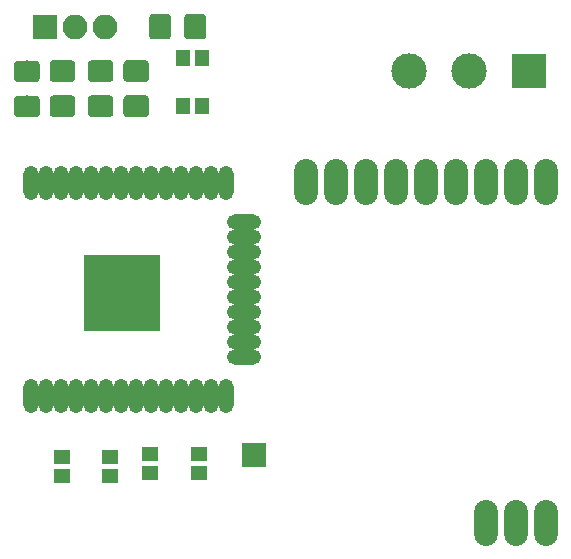
<source format=gbr>
G04 #@! TF.GenerationSoftware,KiCad,Pcbnew,5.0.0-fee4fd1~66~ubuntu16.04.1*
G04 #@! TF.CreationDate,2018-09-10T21:40:52+02:00*
G04 #@! TF.ProjectId,fpvlaptracker32,6670766C6170747261636B657233322E,rev?*
G04 #@! TF.SameCoordinates,Original*
G04 #@! TF.FileFunction,Soldermask,Top*
G04 #@! TF.FilePolarity,Negative*
%FSLAX46Y46*%
G04 Gerber Fmt 4.6, Leading zero omitted, Abs format (unit mm)*
G04 Created by KiCad (PCBNEW 5.0.0-fee4fd1~66~ubuntu16.04.1) date Mon Sep 10 21:40:52 2018*
%MOMM*%
%LPD*%
G01*
G04 APERTURE LIST*
%ADD10R,1.300000X1.400000*%
%ADD11R,1.400000X1.300000*%
%ADD12R,3.000000X3.000000*%
%ADD13C,3.000000*%
%ADD14O,2.000000X3.900000*%
%ADD15C,0.100000*%
%ADD16C,1.825000*%
%ADD17O,1.300000X2.900000*%
%ADD18O,2.900000X1.300000*%
%ADD19R,6.400000X6.400000*%
%ADD20R,2.100000X2.100000*%
%ADD21O,2.100000X2.100000*%
G04 APERTURE END LIST*
D10*
G04 #@! TO.C,SW2*
X151850000Y-81650000D03*
X150250000Y-81650000D03*
X151850000Y-85750000D03*
X150250000Y-85750000D03*
G04 #@! TD*
D11*
G04 #@! TO.C,SW3*
X144050000Y-117000000D03*
X144050000Y-115400000D03*
X139950000Y-117000000D03*
X139950000Y-115400000D03*
G04 #@! TD*
G04 #@! TO.C,SW1*
X151550000Y-116800000D03*
X151550000Y-115200000D03*
X147450000Y-116800000D03*
X147450000Y-115200000D03*
G04 #@! TD*
D12*
G04 #@! TO.C,J1*
X179500000Y-82750000D03*
D13*
X174420000Y-82750000D03*
X169340000Y-82750000D03*
G04 #@! TD*
D14*
G04 #@! TO.C,U1*
X175830000Y-120990000D03*
X178370000Y-120990000D03*
X180910000Y-120990000D03*
X180910000Y-92190000D03*
X178370000Y-92190000D03*
X175830000Y-92190000D03*
X173290000Y-92190000D03*
X170750000Y-92190000D03*
X168210000Y-92190000D03*
X165670000Y-92190000D03*
X163130000Y-92190000D03*
X160590000Y-92190000D03*
G04 #@! TD*
D15*
G04 #@! TO.C,R1*
G36*
X148898707Y-77926542D02*
X148929787Y-77931152D01*
X148960266Y-77938787D01*
X148989850Y-77949372D01*
X149018254Y-77962806D01*
X149045204Y-77978959D01*
X149070442Y-77997677D01*
X149093723Y-78018777D01*
X149114823Y-78042058D01*
X149133541Y-78067296D01*
X149149694Y-78094246D01*
X149163128Y-78122650D01*
X149173713Y-78152234D01*
X149181348Y-78182713D01*
X149185958Y-78213793D01*
X149187500Y-78245176D01*
X149187500Y-79754824D01*
X149185958Y-79786207D01*
X149181348Y-79817287D01*
X149173713Y-79847766D01*
X149163128Y-79877350D01*
X149149694Y-79905754D01*
X149133541Y-79932704D01*
X149114823Y-79957942D01*
X149093723Y-79981223D01*
X149070442Y-80002323D01*
X149045204Y-80021041D01*
X149018254Y-80037194D01*
X148989850Y-80050628D01*
X148960266Y-80061213D01*
X148929787Y-80068848D01*
X148898707Y-80073458D01*
X148867324Y-80075000D01*
X147682676Y-80075000D01*
X147651293Y-80073458D01*
X147620213Y-80068848D01*
X147589734Y-80061213D01*
X147560150Y-80050628D01*
X147531746Y-80037194D01*
X147504796Y-80021041D01*
X147479558Y-80002323D01*
X147456277Y-79981223D01*
X147435177Y-79957942D01*
X147416459Y-79932704D01*
X147400306Y-79905754D01*
X147386872Y-79877350D01*
X147376287Y-79847766D01*
X147368652Y-79817287D01*
X147364042Y-79786207D01*
X147362500Y-79754824D01*
X147362500Y-78245176D01*
X147364042Y-78213793D01*
X147368652Y-78182713D01*
X147376287Y-78152234D01*
X147386872Y-78122650D01*
X147400306Y-78094246D01*
X147416459Y-78067296D01*
X147435177Y-78042058D01*
X147456277Y-78018777D01*
X147479558Y-77997677D01*
X147504796Y-77978959D01*
X147531746Y-77962806D01*
X147560150Y-77949372D01*
X147589734Y-77938787D01*
X147620213Y-77931152D01*
X147651293Y-77926542D01*
X147682676Y-77925000D01*
X148867324Y-77925000D01*
X148898707Y-77926542D01*
X148898707Y-77926542D01*
G37*
D16*
X148275000Y-79000000D03*
D15*
G36*
X151873707Y-77926542D02*
X151904787Y-77931152D01*
X151935266Y-77938787D01*
X151964850Y-77949372D01*
X151993254Y-77962806D01*
X152020204Y-77978959D01*
X152045442Y-77997677D01*
X152068723Y-78018777D01*
X152089823Y-78042058D01*
X152108541Y-78067296D01*
X152124694Y-78094246D01*
X152138128Y-78122650D01*
X152148713Y-78152234D01*
X152156348Y-78182713D01*
X152160958Y-78213793D01*
X152162500Y-78245176D01*
X152162500Y-79754824D01*
X152160958Y-79786207D01*
X152156348Y-79817287D01*
X152148713Y-79847766D01*
X152138128Y-79877350D01*
X152124694Y-79905754D01*
X152108541Y-79932704D01*
X152089823Y-79957942D01*
X152068723Y-79981223D01*
X152045442Y-80002323D01*
X152020204Y-80021041D01*
X151993254Y-80037194D01*
X151964850Y-80050628D01*
X151935266Y-80061213D01*
X151904787Y-80068848D01*
X151873707Y-80073458D01*
X151842324Y-80075000D01*
X150657676Y-80075000D01*
X150626293Y-80073458D01*
X150595213Y-80068848D01*
X150564734Y-80061213D01*
X150535150Y-80050628D01*
X150506746Y-80037194D01*
X150479796Y-80021041D01*
X150454558Y-80002323D01*
X150431277Y-79981223D01*
X150410177Y-79957942D01*
X150391459Y-79932704D01*
X150375306Y-79905754D01*
X150361872Y-79877350D01*
X150351287Y-79847766D01*
X150343652Y-79817287D01*
X150339042Y-79786207D01*
X150337500Y-79754824D01*
X150337500Y-78245176D01*
X150339042Y-78213793D01*
X150343652Y-78182713D01*
X150351287Y-78152234D01*
X150361872Y-78122650D01*
X150375306Y-78094246D01*
X150391459Y-78067296D01*
X150410177Y-78042058D01*
X150431277Y-78018777D01*
X150454558Y-77997677D01*
X150479796Y-77978959D01*
X150506746Y-77962806D01*
X150535150Y-77949372D01*
X150564734Y-77938787D01*
X150595213Y-77931152D01*
X150626293Y-77926542D01*
X150657676Y-77925000D01*
X151842324Y-77925000D01*
X151873707Y-77926542D01*
X151873707Y-77926542D01*
G37*
D16*
X151250000Y-79000000D03*
G04 #@! TD*
D15*
G04 #@! TO.C,R13*
G36*
X137786207Y-81864042D02*
X137817287Y-81868652D01*
X137847766Y-81876287D01*
X137877350Y-81886872D01*
X137905754Y-81900306D01*
X137932704Y-81916459D01*
X137957942Y-81935177D01*
X137981223Y-81956277D01*
X138002323Y-81979558D01*
X138021041Y-82004796D01*
X138037194Y-82031746D01*
X138050628Y-82060150D01*
X138061213Y-82089734D01*
X138068848Y-82120213D01*
X138073458Y-82151293D01*
X138075000Y-82182676D01*
X138075000Y-83367324D01*
X138073458Y-83398707D01*
X138068848Y-83429787D01*
X138061213Y-83460266D01*
X138050628Y-83489850D01*
X138037194Y-83518254D01*
X138021041Y-83545204D01*
X138002323Y-83570442D01*
X137981223Y-83593723D01*
X137957942Y-83614823D01*
X137932704Y-83633541D01*
X137905754Y-83649694D01*
X137877350Y-83663128D01*
X137847766Y-83673713D01*
X137817287Y-83681348D01*
X137786207Y-83685958D01*
X137754824Y-83687500D01*
X136245176Y-83687500D01*
X136213793Y-83685958D01*
X136182713Y-83681348D01*
X136152234Y-83673713D01*
X136122650Y-83663128D01*
X136094246Y-83649694D01*
X136067296Y-83633541D01*
X136042058Y-83614823D01*
X136018777Y-83593723D01*
X135997677Y-83570442D01*
X135978959Y-83545204D01*
X135962806Y-83518254D01*
X135949372Y-83489850D01*
X135938787Y-83460266D01*
X135931152Y-83429787D01*
X135926542Y-83398707D01*
X135925000Y-83367324D01*
X135925000Y-82182676D01*
X135926542Y-82151293D01*
X135931152Y-82120213D01*
X135938787Y-82089734D01*
X135949372Y-82060150D01*
X135962806Y-82031746D01*
X135978959Y-82004796D01*
X135997677Y-81979558D01*
X136018777Y-81956277D01*
X136042058Y-81935177D01*
X136067296Y-81916459D01*
X136094246Y-81900306D01*
X136122650Y-81886872D01*
X136152234Y-81876287D01*
X136182713Y-81868652D01*
X136213793Y-81864042D01*
X136245176Y-81862500D01*
X137754824Y-81862500D01*
X137786207Y-81864042D01*
X137786207Y-81864042D01*
G37*
D16*
X137000000Y-82775000D03*
D15*
G36*
X137786207Y-84839042D02*
X137817287Y-84843652D01*
X137847766Y-84851287D01*
X137877350Y-84861872D01*
X137905754Y-84875306D01*
X137932704Y-84891459D01*
X137957942Y-84910177D01*
X137981223Y-84931277D01*
X138002323Y-84954558D01*
X138021041Y-84979796D01*
X138037194Y-85006746D01*
X138050628Y-85035150D01*
X138061213Y-85064734D01*
X138068848Y-85095213D01*
X138073458Y-85126293D01*
X138075000Y-85157676D01*
X138075000Y-86342324D01*
X138073458Y-86373707D01*
X138068848Y-86404787D01*
X138061213Y-86435266D01*
X138050628Y-86464850D01*
X138037194Y-86493254D01*
X138021041Y-86520204D01*
X138002323Y-86545442D01*
X137981223Y-86568723D01*
X137957942Y-86589823D01*
X137932704Y-86608541D01*
X137905754Y-86624694D01*
X137877350Y-86638128D01*
X137847766Y-86648713D01*
X137817287Y-86656348D01*
X137786207Y-86660958D01*
X137754824Y-86662500D01*
X136245176Y-86662500D01*
X136213793Y-86660958D01*
X136182713Y-86656348D01*
X136152234Y-86648713D01*
X136122650Y-86638128D01*
X136094246Y-86624694D01*
X136067296Y-86608541D01*
X136042058Y-86589823D01*
X136018777Y-86568723D01*
X135997677Y-86545442D01*
X135978959Y-86520204D01*
X135962806Y-86493254D01*
X135949372Y-86464850D01*
X135938787Y-86435266D01*
X135931152Y-86404787D01*
X135926542Y-86373707D01*
X135925000Y-86342324D01*
X135925000Y-85157676D01*
X135926542Y-85126293D01*
X135931152Y-85095213D01*
X135938787Y-85064734D01*
X135949372Y-85035150D01*
X135962806Y-85006746D01*
X135978959Y-84979796D01*
X135997677Y-84954558D01*
X136018777Y-84931277D01*
X136042058Y-84910177D01*
X136067296Y-84891459D01*
X136094246Y-84875306D01*
X136122650Y-84861872D01*
X136152234Y-84851287D01*
X136182713Y-84843652D01*
X136213793Y-84839042D01*
X136245176Y-84837500D01*
X137754824Y-84837500D01*
X137786207Y-84839042D01*
X137786207Y-84839042D01*
G37*
D16*
X137000000Y-85750000D03*
G04 #@! TD*
D17*
G04 #@! TO.C,U3*
X137350000Y-92250000D03*
X138620000Y-92250000D03*
X139890000Y-92250000D03*
X141160000Y-92250000D03*
X142430000Y-92250000D03*
X143700000Y-92250000D03*
X144970000Y-92250000D03*
X146240000Y-92250000D03*
X147510000Y-92250000D03*
X148780000Y-92250000D03*
X150050000Y-92250000D03*
X151320000Y-92250000D03*
X152590000Y-92250000D03*
X153860000Y-92250000D03*
D18*
X155350000Y-95535000D03*
X155350000Y-96805000D03*
X155350000Y-98075000D03*
X155350000Y-99345000D03*
X155350000Y-100615000D03*
X155350000Y-101885000D03*
X155350000Y-103155000D03*
X155350000Y-104425000D03*
X155350000Y-105695000D03*
X155350000Y-106965000D03*
D17*
X153860000Y-110250000D03*
X152590000Y-110250000D03*
X151320000Y-110250000D03*
X150050000Y-110250000D03*
X148780000Y-110250000D03*
X147510000Y-110250000D03*
X146240000Y-110250000D03*
X144970000Y-110250000D03*
X143700000Y-110250000D03*
X142430000Y-110250000D03*
X141160000Y-110250000D03*
X139890000Y-110250000D03*
X138620000Y-110250000D03*
X137350000Y-110250000D03*
D19*
X145050000Y-101550000D03*
G04 #@! TD*
D15*
G04 #@! TO.C,D1*
G36*
X140786207Y-84814042D02*
X140817287Y-84818652D01*
X140847766Y-84826287D01*
X140877350Y-84836872D01*
X140905754Y-84850306D01*
X140932704Y-84866459D01*
X140957942Y-84885177D01*
X140981223Y-84906277D01*
X141002323Y-84929558D01*
X141021041Y-84954796D01*
X141037194Y-84981746D01*
X141050628Y-85010150D01*
X141061213Y-85039734D01*
X141068848Y-85070213D01*
X141073458Y-85101293D01*
X141075000Y-85132676D01*
X141075000Y-86317324D01*
X141073458Y-86348707D01*
X141068848Y-86379787D01*
X141061213Y-86410266D01*
X141050628Y-86439850D01*
X141037194Y-86468254D01*
X141021041Y-86495204D01*
X141002323Y-86520442D01*
X140981223Y-86543723D01*
X140957942Y-86564823D01*
X140932704Y-86583541D01*
X140905754Y-86599694D01*
X140877350Y-86613128D01*
X140847766Y-86623713D01*
X140817287Y-86631348D01*
X140786207Y-86635958D01*
X140754824Y-86637500D01*
X139245176Y-86637500D01*
X139213793Y-86635958D01*
X139182713Y-86631348D01*
X139152234Y-86623713D01*
X139122650Y-86613128D01*
X139094246Y-86599694D01*
X139067296Y-86583541D01*
X139042058Y-86564823D01*
X139018777Y-86543723D01*
X138997677Y-86520442D01*
X138978959Y-86495204D01*
X138962806Y-86468254D01*
X138949372Y-86439850D01*
X138938787Y-86410266D01*
X138931152Y-86379787D01*
X138926542Y-86348707D01*
X138925000Y-86317324D01*
X138925000Y-85132676D01*
X138926542Y-85101293D01*
X138931152Y-85070213D01*
X138938787Y-85039734D01*
X138949372Y-85010150D01*
X138962806Y-84981746D01*
X138978959Y-84954796D01*
X138997677Y-84929558D01*
X139018777Y-84906277D01*
X139042058Y-84885177D01*
X139067296Y-84866459D01*
X139094246Y-84850306D01*
X139122650Y-84836872D01*
X139152234Y-84826287D01*
X139182713Y-84818652D01*
X139213793Y-84814042D01*
X139245176Y-84812500D01*
X140754824Y-84812500D01*
X140786207Y-84814042D01*
X140786207Y-84814042D01*
G37*
D16*
X140000000Y-85725000D03*
D15*
G36*
X140786207Y-81839042D02*
X140817287Y-81843652D01*
X140847766Y-81851287D01*
X140877350Y-81861872D01*
X140905754Y-81875306D01*
X140932704Y-81891459D01*
X140957942Y-81910177D01*
X140981223Y-81931277D01*
X141002323Y-81954558D01*
X141021041Y-81979796D01*
X141037194Y-82006746D01*
X141050628Y-82035150D01*
X141061213Y-82064734D01*
X141068848Y-82095213D01*
X141073458Y-82126293D01*
X141075000Y-82157676D01*
X141075000Y-83342324D01*
X141073458Y-83373707D01*
X141068848Y-83404787D01*
X141061213Y-83435266D01*
X141050628Y-83464850D01*
X141037194Y-83493254D01*
X141021041Y-83520204D01*
X141002323Y-83545442D01*
X140981223Y-83568723D01*
X140957942Y-83589823D01*
X140932704Y-83608541D01*
X140905754Y-83624694D01*
X140877350Y-83638128D01*
X140847766Y-83648713D01*
X140817287Y-83656348D01*
X140786207Y-83660958D01*
X140754824Y-83662500D01*
X139245176Y-83662500D01*
X139213793Y-83660958D01*
X139182713Y-83656348D01*
X139152234Y-83648713D01*
X139122650Y-83638128D01*
X139094246Y-83624694D01*
X139067296Y-83608541D01*
X139042058Y-83589823D01*
X139018777Y-83568723D01*
X138997677Y-83545442D01*
X138978959Y-83520204D01*
X138962806Y-83493254D01*
X138949372Y-83464850D01*
X138938787Y-83435266D01*
X138931152Y-83404787D01*
X138926542Y-83373707D01*
X138925000Y-83342324D01*
X138925000Y-82157676D01*
X138926542Y-82126293D01*
X138931152Y-82095213D01*
X138938787Y-82064734D01*
X138949372Y-82035150D01*
X138962806Y-82006746D01*
X138978959Y-81979796D01*
X138997677Y-81954558D01*
X139018777Y-81931277D01*
X139042058Y-81910177D01*
X139067296Y-81891459D01*
X139094246Y-81875306D01*
X139122650Y-81861872D01*
X139152234Y-81851287D01*
X139182713Y-81843652D01*
X139213793Y-81839042D01*
X139245176Y-81837500D01*
X140754824Y-81837500D01*
X140786207Y-81839042D01*
X140786207Y-81839042D01*
G37*
D16*
X140000000Y-82750000D03*
G04 #@! TD*
D15*
G04 #@! TO.C,D5*
G36*
X144036207Y-81839042D02*
X144067287Y-81843652D01*
X144097766Y-81851287D01*
X144127350Y-81861872D01*
X144155754Y-81875306D01*
X144182704Y-81891459D01*
X144207942Y-81910177D01*
X144231223Y-81931277D01*
X144252323Y-81954558D01*
X144271041Y-81979796D01*
X144287194Y-82006746D01*
X144300628Y-82035150D01*
X144311213Y-82064734D01*
X144318848Y-82095213D01*
X144323458Y-82126293D01*
X144325000Y-82157676D01*
X144325000Y-83342324D01*
X144323458Y-83373707D01*
X144318848Y-83404787D01*
X144311213Y-83435266D01*
X144300628Y-83464850D01*
X144287194Y-83493254D01*
X144271041Y-83520204D01*
X144252323Y-83545442D01*
X144231223Y-83568723D01*
X144207942Y-83589823D01*
X144182704Y-83608541D01*
X144155754Y-83624694D01*
X144127350Y-83638128D01*
X144097766Y-83648713D01*
X144067287Y-83656348D01*
X144036207Y-83660958D01*
X144004824Y-83662500D01*
X142495176Y-83662500D01*
X142463793Y-83660958D01*
X142432713Y-83656348D01*
X142402234Y-83648713D01*
X142372650Y-83638128D01*
X142344246Y-83624694D01*
X142317296Y-83608541D01*
X142292058Y-83589823D01*
X142268777Y-83568723D01*
X142247677Y-83545442D01*
X142228959Y-83520204D01*
X142212806Y-83493254D01*
X142199372Y-83464850D01*
X142188787Y-83435266D01*
X142181152Y-83404787D01*
X142176542Y-83373707D01*
X142175000Y-83342324D01*
X142175000Y-82157676D01*
X142176542Y-82126293D01*
X142181152Y-82095213D01*
X142188787Y-82064734D01*
X142199372Y-82035150D01*
X142212806Y-82006746D01*
X142228959Y-81979796D01*
X142247677Y-81954558D01*
X142268777Y-81931277D01*
X142292058Y-81910177D01*
X142317296Y-81891459D01*
X142344246Y-81875306D01*
X142372650Y-81861872D01*
X142402234Y-81851287D01*
X142432713Y-81843652D01*
X142463793Y-81839042D01*
X142495176Y-81837500D01*
X144004824Y-81837500D01*
X144036207Y-81839042D01*
X144036207Y-81839042D01*
G37*
D16*
X143250000Y-82750000D03*
D15*
G36*
X144036207Y-84814042D02*
X144067287Y-84818652D01*
X144097766Y-84826287D01*
X144127350Y-84836872D01*
X144155754Y-84850306D01*
X144182704Y-84866459D01*
X144207942Y-84885177D01*
X144231223Y-84906277D01*
X144252323Y-84929558D01*
X144271041Y-84954796D01*
X144287194Y-84981746D01*
X144300628Y-85010150D01*
X144311213Y-85039734D01*
X144318848Y-85070213D01*
X144323458Y-85101293D01*
X144325000Y-85132676D01*
X144325000Y-86317324D01*
X144323458Y-86348707D01*
X144318848Y-86379787D01*
X144311213Y-86410266D01*
X144300628Y-86439850D01*
X144287194Y-86468254D01*
X144271041Y-86495204D01*
X144252323Y-86520442D01*
X144231223Y-86543723D01*
X144207942Y-86564823D01*
X144182704Y-86583541D01*
X144155754Y-86599694D01*
X144127350Y-86613128D01*
X144097766Y-86623713D01*
X144067287Y-86631348D01*
X144036207Y-86635958D01*
X144004824Y-86637500D01*
X142495176Y-86637500D01*
X142463793Y-86635958D01*
X142432713Y-86631348D01*
X142402234Y-86623713D01*
X142372650Y-86613128D01*
X142344246Y-86599694D01*
X142317296Y-86583541D01*
X142292058Y-86564823D01*
X142268777Y-86543723D01*
X142247677Y-86520442D01*
X142228959Y-86495204D01*
X142212806Y-86468254D01*
X142199372Y-86439850D01*
X142188787Y-86410266D01*
X142181152Y-86379787D01*
X142176542Y-86348707D01*
X142175000Y-86317324D01*
X142175000Y-85132676D01*
X142176542Y-85101293D01*
X142181152Y-85070213D01*
X142188787Y-85039734D01*
X142199372Y-85010150D01*
X142212806Y-84981746D01*
X142228959Y-84954796D01*
X142247677Y-84929558D01*
X142268777Y-84906277D01*
X142292058Y-84885177D01*
X142317296Y-84866459D01*
X142344246Y-84850306D01*
X142372650Y-84836872D01*
X142402234Y-84826287D01*
X142432713Y-84818652D01*
X142463793Y-84814042D01*
X142495176Y-84812500D01*
X144004824Y-84812500D01*
X144036207Y-84814042D01*
X144036207Y-84814042D01*
G37*
D16*
X143250000Y-85725000D03*
G04 #@! TD*
D15*
G04 #@! TO.C,R5*
G36*
X147036207Y-81839042D02*
X147067287Y-81843652D01*
X147097766Y-81851287D01*
X147127350Y-81861872D01*
X147155754Y-81875306D01*
X147182704Y-81891459D01*
X147207942Y-81910177D01*
X147231223Y-81931277D01*
X147252323Y-81954558D01*
X147271041Y-81979796D01*
X147287194Y-82006746D01*
X147300628Y-82035150D01*
X147311213Y-82064734D01*
X147318848Y-82095213D01*
X147323458Y-82126293D01*
X147325000Y-82157676D01*
X147325000Y-83342324D01*
X147323458Y-83373707D01*
X147318848Y-83404787D01*
X147311213Y-83435266D01*
X147300628Y-83464850D01*
X147287194Y-83493254D01*
X147271041Y-83520204D01*
X147252323Y-83545442D01*
X147231223Y-83568723D01*
X147207942Y-83589823D01*
X147182704Y-83608541D01*
X147155754Y-83624694D01*
X147127350Y-83638128D01*
X147097766Y-83648713D01*
X147067287Y-83656348D01*
X147036207Y-83660958D01*
X147004824Y-83662500D01*
X145495176Y-83662500D01*
X145463793Y-83660958D01*
X145432713Y-83656348D01*
X145402234Y-83648713D01*
X145372650Y-83638128D01*
X145344246Y-83624694D01*
X145317296Y-83608541D01*
X145292058Y-83589823D01*
X145268777Y-83568723D01*
X145247677Y-83545442D01*
X145228959Y-83520204D01*
X145212806Y-83493254D01*
X145199372Y-83464850D01*
X145188787Y-83435266D01*
X145181152Y-83404787D01*
X145176542Y-83373707D01*
X145175000Y-83342324D01*
X145175000Y-82157676D01*
X145176542Y-82126293D01*
X145181152Y-82095213D01*
X145188787Y-82064734D01*
X145199372Y-82035150D01*
X145212806Y-82006746D01*
X145228959Y-81979796D01*
X145247677Y-81954558D01*
X145268777Y-81931277D01*
X145292058Y-81910177D01*
X145317296Y-81891459D01*
X145344246Y-81875306D01*
X145372650Y-81861872D01*
X145402234Y-81851287D01*
X145432713Y-81843652D01*
X145463793Y-81839042D01*
X145495176Y-81837500D01*
X147004824Y-81837500D01*
X147036207Y-81839042D01*
X147036207Y-81839042D01*
G37*
D16*
X146250000Y-82750000D03*
D15*
G36*
X147036207Y-84814042D02*
X147067287Y-84818652D01*
X147097766Y-84826287D01*
X147127350Y-84836872D01*
X147155754Y-84850306D01*
X147182704Y-84866459D01*
X147207942Y-84885177D01*
X147231223Y-84906277D01*
X147252323Y-84929558D01*
X147271041Y-84954796D01*
X147287194Y-84981746D01*
X147300628Y-85010150D01*
X147311213Y-85039734D01*
X147318848Y-85070213D01*
X147323458Y-85101293D01*
X147325000Y-85132676D01*
X147325000Y-86317324D01*
X147323458Y-86348707D01*
X147318848Y-86379787D01*
X147311213Y-86410266D01*
X147300628Y-86439850D01*
X147287194Y-86468254D01*
X147271041Y-86495204D01*
X147252323Y-86520442D01*
X147231223Y-86543723D01*
X147207942Y-86564823D01*
X147182704Y-86583541D01*
X147155754Y-86599694D01*
X147127350Y-86613128D01*
X147097766Y-86623713D01*
X147067287Y-86631348D01*
X147036207Y-86635958D01*
X147004824Y-86637500D01*
X145495176Y-86637500D01*
X145463793Y-86635958D01*
X145432713Y-86631348D01*
X145402234Y-86623713D01*
X145372650Y-86613128D01*
X145344246Y-86599694D01*
X145317296Y-86583541D01*
X145292058Y-86564823D01*
X145268777Y-86543723D01*
X145247677Y-86520442D01*
X145228959Y-86495204D01*
X145212806Y-86468254D01*
X145199372Y-86439850D01*
X145188787Y-86410266D01*
X145181152Y-86379787D01*
X145176542Y-86348707D01*
X145175000Y-86317324D01*
X145175000Y-85132676D01*
X145176542Y-85101293D01*
X145181152Y-85070213D01*
X145188787Y-85039734D01*
X145199372Y-85010150D01*
X145212806Y-84981746D01*
X145228959Y-84954796D01*
X145247677Y-84929558D01*
X145268777Y-84906277D01*
X145292058Y-84885177D01*
X145317296Y-84866459D01*
X145344246Y-84850306D01*
X145372650Y-84836872D01*
X145402234Y-84826287D01*
X145432713Y-84818652D01*
X145463793Y-84814042D01*
X145495176Y-84812500D01*
X147004824Y-84812500D01*
X147036207Y-84814042D01*
X147036207Y-84814042D01*
G37*
D16*
X146250000Y-85725000D03*
G04 #@! TD*
D20*
G04 #@! TO.C,J2*
X138500000Y-79000000D03*
D21*
X141040000Y-79000000D03*
X143580000Y-79000000D03*
G04 #@! TD*
D20*
G04 #@! TO.C,J3*
X156250000Y-115250000D03*
G04 #@! TD*
M02*

</source>
